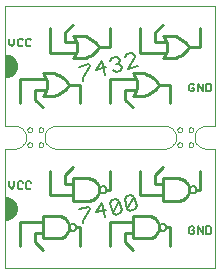
<source format=gto>
G75*
%MOIN*%
%OFA0B0*%
%FSLAX24Y24*%
%IPPOS*%
%LPD*%
%AMOC8*
5,1,8,0,0,1.08239X$1,22.5*
%
%ADD10C,0.0000*%
%ADD11C,0.0100*%
%ADD12C,0.0010*%
%ADD13C,0.0050*%
%ADD14C,0.0070*%
%ADD15C,0.0080*%
D10*
X000330Y000150D02*
X000330Y004145D01*
X000643Y004145D01*
X000680Y004147D01*
X000717Y004152D01*
X000753Y004161D01*
X000788Y004174D01*
X000821Y004190D01*
X000853Y004209D01*
X000883Y004231D01*
X000910Y004256D01*
X000935Y004283D01*
X000957Y004313D01*
X000976Y004345D01*
X000992Y004378D01*
X001005Y004413D01*
X001014Y004449D01*
X001019Y004486D01*
X001021Y004523D01*
X001019Y004560D01*
X001014Y004597D01*
X001005Y004633D01*
X000992Y004668D01*
X000976Y004701D01*
X000957Y004733D01*
X000935Y004763D01*
X000910Y004790D01*
X000883Y004815D01*
X000853Y004837D01*
X000821Y004856D01*
X000788Y004872D01*
X000753Y004885D01*
X000717Y004894D01*
X000680Y004899D01*
X000643Y004901D01*
X000643Y004900D02*
X000330Y004900D01*
X000330Y008895D01*
X007322Y008895D01*
X007322Y004900D01*
X007018Y004900D01*
X007018Y004901D02*
X006981Y004899D01*
X006944Y004894D01*
X006908Y004885D01*
X006873Y004872D01*
X006840Y004856D01*
X006808Y004837D01*
X006778Y004815D01*
X006751Y004790D01*
X006726Y004763D01*
X006704Y004733D01*
X006685Y004701D01*
X006669Y004668D01*
X006656Y004633D01*
X006647Y004597D01*
X006642Y004560D01*
X006640Y004523D01*
X006642Y004486D01*
X006647Y004449D01*
X006656Y004413D01*
X006669Y004378D01*
X006685Y004345D01*
X006704Y004313D01*
X006726Y004283D01*
X006751Y004256D01*
X006778Y004231D01*
X006808Y004209D01*
X006840Y004190D01*
X006873Y004174D01*
X006908Y004161D01*
X006944Y004152D01*
X006981Y004147D01*
X007018Y004145D01*
X007322Y004145D01*
X007322Y000150D01*
X000330Y000150D01*
X002018Y004145D02*
X005643Y004145D01*
X005680Y004147D01*
X005717Y004152D01*
X005753Y004161D01*
X005788Y004174D01*
X005821Y004190D01*
X005853Y004209D01*
X005883Y004231D01*
X005910Y004256D01*
X005935Y004283D01*
X005957Y004313D01*
X005976Y004345D01*
X005992Y004378D01*
X006005Y004413D01*
X006014Y004449D01*
X006019Y004486D01*
X006021Y004523D01*
X006019Y004560D01*
X006014Y004597D01*
X006005Y004633D01*
X005992Y004668D01*
X005976Y004701D01*
X005957Y004733D01*
X005935Y004763D01*
X005910Y004790D01*
X005883Y004815D01*
X005853Y004837D01*
X005821Y004856D01*
X005788Y004872D01*
X005753Y004885D01*
X005717Y004894D01*
X005680Y004899D01*
X005643Y004901D01*
X005643Y004900D02*
X002018Y004900D01*
X002018Y004901D02*
X001981Y004899D01*
X001944Y004894D01*
X001908Y004885D01*
X001873Y004872D01*
X001840Y004856D01*
X001808Y004837D01*
X001778Y004815D01*
X001751Y004790D01*
X001726Y004763D01*
X001704Y004733D01*
X001685Y004701D01*
X001669Y004668D01*
X001656Y004633D01*
X001647Y004597D01*
X001642Y004560D01*
X001640Y004523D01*
X001642Y004486D01*
X001647Y004449D01*
X001656Y004413D01*
X001669Y004378D01*
X001685Y004345D01*
X001704Y004313D01*
X001726Y004283D01*
X001751Y004256D01*
X001778Y004231D01*
X001808Y004209D01*
X001840Y004190D01*
X001873Y004174D01*
X001908Y004161D01*
X001944Y004152D01*
X001981Y004147D01*
X002018Y004145D01*
X001439Y004275D02*
X001441Y004293D01*
X001447Y004309D01*
X001456Y004324D01*
X001469Y004337D01*
X001484Y004346D01*
X001500Y004352D01*
X001518Y004354D01*
X001536Y004352D01*
X001552Y004346D01*
X001567Y004337D01*
X001580Y004324D01*
X001589Y004309D01*
X001595Y004293D01*
X001597Y004275D01*
X001595Y004257D01*
X001589Y004241D01*
X001580Y004226D01*
X001567Y004213D01*
X001552Y004204D01*
X001536Y004198D01*
X001518Y004196D01*
X001500Y004198D01*
X001484Y004204D01*
X001469Y004213D01*
X001456Y004226D01*
X001447Y004241D01*
X001441Y004257D01*
X001439Y004275D01*
X001064Y004275D02*
X001066Y004293D01*
X001072Y004309D01*
X001081Y004324D01*
X001094Y004337D01*
X001109Y004346D01*
X001125Y004352D01*
X001143Y004354D01*
X001161Y004352D01*
X001177Y004346D01*
X001192Y004337D01*
X001205Y004324D01*
X001214Y004309D01*
X001220Y004293D01*
X001222Y004275D01*
X001220Y004257D01*
X001214Y004241D01*
X001205Y004226D01*
X001192Y004213D01*
X001177Y004204D01*
X001161Y004198D01*
X001143Y004196D01*
X001125Y004198D01*
X001109Y004204D01*
X001094Y004213D01*
X001081Y004226D01*
X001072Y004241D01*
X001066Y004257D01*
X001064Y004275D01*
X001064Y004775D02*
X001066Y004793D01*
X001072Y004809D01*
X001081Y004824D01*
X001094Y004837D01*
X001109Y004846D01*
X001125Y004852D01*
X001143Y004854D01*
X001161Y004852D01*
X001177Y004846D01*
X001192Y004837D01*
X001205Y004824D01*
X001214Y004809D01*
X001220Y004793D01*
X001222Y004775D01*
X001220Y004757D01*
X001214Y004741D01*
X001205Y004726D01*
X001192Y004713D01*
X001177Y004704D01*
X001161Y004698D01*
X001143Y004696D01*
X001125Y004698D01*
X001109Y004704D01*
X001094Y004713D01*
X001081Y004726D01*
X001072Y004741D01*
X001066Y004757D01*
X001064Y004775D01*
X001439Y004775D02*
X001441Y004793D01*
X001447Y004809D01*
X001456Y004824D01*
X001469Y004837D01*
X001484Y004846D01*
X001500Y004852D01*
X001518Y004854D01*
X001536Y004852D01*
X001552Y004846D01*
X001567Y004837D01*
X001580Y004824D01*
X001589Y004809D01*
X001595Y004793D01*
X001597Y004775D01*
X001595Y004757D01*
X001589Y004741D01*
X001580Y004726D01*
X001567Y004713D01*
X001552Y004704D01*
X001536Y004698D01*
X001518Y004696D01*
X001500Y004698D01*
X001484Y004704D01*
X001469Y004713D01*
X001456Y004726D01*
X001447Y004741D01*
X001441Y004757D01*
X001439Y004775D01*
X006064Y004775D02*
X006066Y004793D01*
X006072Y004809D01*
X006081Y004824D01*
X006094Y004837D01*
X006109Y004846D01*
X006125Y004852D01*
X006143Y004854D01*
X006161Y004852D01*
X006177Y004846D01*
X006192Y004837D01*
X006205Y004824D01*
X006214Y004809D01*
X006220Y004793D01*
X006222Y004775D01*
X006220Y004757D01*
X006214Y004741D01*
X006205Y004726D01*
X006192Y004713D01*
X006177Y004704D01*
X006161Y004698D01*
X006143Y004696D01*
X006125Y004698D01*
X006109Y004704D01*
X006094Y004713D01*
X006081Y004726D01*
X006072Y004741D01*
X006066Y004757D01*
X006064Y004775D01*
X006064Y004275D02*
X006066Y004293D01*
X006072Y004309D01*
X006081Y004324D01*
X006094Y004337D01*
X006109Y004346D01*
X006125Y004352D01*
X006143Y004354D01*
X006161Y004352D01*
X006177Y004346D01*
X006192Y004337D01*
X006205Y004324D01*
X006214Y004309D01*
X006220Y004293D01*
X006222Y004275D01*
X006220Y004257D01*
X006214Y004241D01*
X006205Y004226D01*
X006192Y004213D01*
X006177Y004204D01*
X006161Y004198D01*
X006143Y004196D01*
X006125Y004198D01*
X006109Y004204D01*
X006094Y004213D01*
X006081Y004226D01*
X006072Y004241D01*
X006066Y004257D01*
X006064Y004275D01*
X006439Y004275D02*
X006441Y004293D01*
X006447Y004309D01*
X006456Y004324D01*
X006469Y004337D01*
X006484Y004346D01*
X006500Y004352D01*
X006518Y004354D01*
X006536Y004352D01*
X006552Y004346D01*
X006567Y004337D01*
X006580Y004324D01*
X006589Y004309D01*
X006595Y004293D01*
X006597Y004275D01*
X006595Y004257D01*
X006589Y004241D01*
X006580Y004226D01*
X006567Y004213D01*
X006552Y004204D01*
X006536Y004198D01*
X006518Y004196D01*
X006500Y004198D01*
X006484Y004204D01*
X006469Y004213D01*
X006456Y004226D01*
X006447Y004241D01*
X006441Y004257D01*
X006439Y004275D01*
X006439Y004775D02*
X006441Y004793D01*
X006447Y004809D01*
X006456Y004824D01*
X006469Y004837D01*
X006484Y004846D01*
X006500Y004852D01*
X006518Y004854D01*
X006536Y004852D01*
X006552Y004846D01*
X006567Y004837D01*
X006580Y004824D01*
X006589Y004809D01*
X006595Y004793D01*
X006597Y004775D01*
X006595Y004757D01*
X006589Y004741D01*
X006580Y004726D01*
X006567Y004713D01*
X006552Y004704D01*
X006536Y004698D01*
X006518Y004696D01*
X006500Y004698D01*
X006484Y004704D01*
X006469Y004713D01*
X006456Y004726D01*
X006447Y004741D01*
X006441Y004757D01*
X006439Y004775D01*
D11*
X005830Y005650D02*
X005830Y006275D01*
X005455Y006275D01*
X004955Y005900D02*
X004580Y005900D01*
X004955Y006650D02*
X005010Y006632D01*
X005064Y006610D01*
X005116Y006585D01*
X005167Y006557D01*
X005215Y006525D01*
X005262Y006490D01*
X005306Y006452D01*
X005348Y006412D01*
X005386Y006369D01*
X005422Y006323D01*
X005455Y006275D01*
X004955Y006650D02*
X004580Y006650D01*
X004955Y005900D02*
X005010Y005918D01*
X005064Y005940D01*
X005116Y005965D01*
X005167Y005993D01*
X005215Y006025D01*
X005262Y006060D01*
X005306Y006098D01*
X005348Y006138D01*
X005386Y006181D01*
X005422Y006227D01*
X005455Y006275D01*
X006455Y007525D02*
X006422Y007573D01*
X006386Y007619D01*
X006348Y007662D01*
X006306Y007702D01*
X006262Y007740D01*
X006215Y007775D01*
X006167Y007807D01*
X006116Y007835D01*
X006064Y007860D01*
X006010Y007882D01*
X005955Y007900D01*
X005580Y007900D01*
X005643Y007713D02*
X005330Y007713D01*
X005330Y008025D01*
X005580Y008275D01*
X006455Y007525D02*
X006422Y007477D01*
X006386Y007431D01*
X006348Y007388D01*
X006306Y007348D01*
X006262Y007310D01*
X006215Y007275D01*
X006167Y007243D01*
X006116Y007215D01*
X006064Y007190D01*
X006010Y007168D01*
X005955Y007150D01*
X005580Y007150D01*
X005643Y007338D02*
X004830Y007338D01*
X004830Y008150D01*
X005580Y007900D02*
X005609Y007868D01*
X005636Y007833D01*
X005660Y007796D01*
X005681Y007758D01*
X005699Y007718D01*
X005713Y007676D01*
X005724Y007634D01*
X005731Y007591D01*
X005735Y007547D01*
X005735Y007503D01*
X005731Y007459D01*
X005724Y007416D01*
X005713Y007374D01*
X005699Y007332D01*
X005681Y007292D01*
X005660Y007254D01*
X005636Y007217D01*
X005609Y007182D01*
X005580Y007150D01*
X006455Y007525D02*
X006830Y007525D01*
X006830Y008150D01*
X004643Y006463D02*
X003830Y006463D01*
X003830Y005650D01*
X004330Y005775D02*
X004580Y005525D01*
X004330Y005775D02*
X004330Y006088D01*
X004643Y006088D01*
X004580Y005900D02*
X004609Y005932D01*
X004636Y005967D01*
X004660Y006004D01*
X004681Y006042D01*
X004699Y006082D01*
X004713Y006124D01*
X004724Y006166D01*
X004731Y006209D01*
X004735Y006253D01*
X004735Y006297D01*
X004731Y006341D01*
X004724Y006384D01*
X004713Y006426D01*
X004699Y006468D01*
X004681Y006508D01*
X004660Y006546D01*
X004636Y006583D01*
X004609Y006618D01*
X004580Y006650D01*
X003830Y007525D02*
X003830Y008150D01*
X003830Y007525D02*
X003455Y007525D01*
X002955Y007150D02*
X002580Y007150D01*
X002955Y007900D02*
X003010Y007882D01*
X003064Y007860D01*
X003116Y007835D01*
X003167Y007807D01*
X003215Y007775D01*
X003262Y007740D01*
X003306Y007702D01*
X003348Y007662D01*
X003386Y007619D01*
X003422Y007573D01*
X003455Y007525D01*
X002955Y007900D02*
X002580Y007900D01*
X002643Y007713D02*
X002330Y007713D01*
X002330Y008025D01*
X002580Y008275D01*
X003455Y007525D02*
X003422Y007477D01*
X003386Y007431D01*
X003348Y007388D01*
X003306Y007348D01*
X003262Y007310D01*
X003215Y007275D01*
X003167Y007243D01*
X003116Y007215D01*
X003064Y007190D01*
X003010Y007168D01*
X002955Y007150D01*
X002643Y007338D02*
X001830Y007338D01*
X001830Y008150D01*
X002580Y007900D02*
X002609Y007868D01*
X002636Y007833D01*
X002660Y007796D01*
X002681Y007758D01*
X002699Y007718D01*
X002713Y007676D01*
X002724Y007634D01*
X002731Y007591D01*
X002735Y007547D01*
X002735Y007503D01*
X002731Y007459D01*
X002724Y007416D01*
X002713Y007374D01*
X002699Y007332D01*
X002681Y007292D01*
X002660Y007254D01*
X002636Y007217D01*
X002609Y007182D01*
X002580Y007150D01*
X001955Y006650D02*
X001580Y006650D01*
X001955Y005900D02*
X002010Y005918D01*
X002064Y005940D01*
X002116Y005965D01*
X002167Y005993D01*
X002215Y006025D01*
X002262Y006060D01*
X002306Y006098D01*
X002348Y006138D01*
X002386Y006181D01*
X002422Y006227D01*
X002455Y006275D01*
X002830Y006275D01*
X002830Y005650D01*
X001955Y005900D02*
X001580Y005900D01*
X001955Y006650D02*
X002010Y006632D01*
X002064Y006610D01*
X002116Y006585D01*
X002167Y006557D01*
X002215Y006525D01*
X002262Y006490D01*
X002306Y006452D01*
X002348Y006412D01*
X002386Y006369D01*
X002422Y006323D01*
X002455Y006275D01*
X001643Y006088D02*
X001330Y006088D01*
X001330Y005775D01*
X001580Y005525D01*
X001580Y005900D02*
X001609Y005932D01*
X001636Y005967D01*
X001660Y006004D01*
X001681Y006042D01*
X001699Y006082D01*
X001713Y006124D01*
X001724Y006166D01*
X001731Y006209D01*
X001735Y006253D01*
X001735Y006297D01*
X001731Y006341D01*
X001724Y006384D01*
X001713Y006426D01*
X001699Y006468D01*
X001681Y006508D01*
X001660Y006546D01*
X001636Y006583D01*
X001609Y006618D01*
X001580Y006650D01*
X001643Y006463D02*
X000830Y006463D01*
X000830Y005650D01*
X001830Y003400D02*
X001830Y002588D01*
X002580Y002588D01*
X002580Y002400D01*
X003080Y002400D01*
X003455Y002775D02*
X003453Y002812D01*
X003448Y002848D01*
X003439Y002884D01*
X003426Y002919D01*
X003411Y002952D01*
X003392Y002983D01*
X003370Y003013D01*
X003345Y003040D01*
X003318Y003065D01*
X003288Y003087D01*
X003257Y003106D01*
X003224Y003121D01*
X003189Y003134D01*
X003153Y003143D01*
X003117Y003148D01*
X003080Y003150D01*
X002580Y003150D01*
X002580Y002963D01*
X002330Y002963D01*
X002330Y003275D01*
X002580Y003525D01*
X002580Y002963D02*
X002580Y002588D01*
X003080Y002400D02*
X003117Y002402D01*
X003153Y002407D01*
X003189Y002416D01*
X003224Y002429D01*
X003257Y002444D01*
X003288Y002463D01*
X003318Y002485D01*
X003345Y002510D01*
X003370Y002537D01*
X003392Y002567D01*
X003411Y002598D01*
X003426Y002631D01*
X003439Y002666D01*
X003448Y002702D01*
X003453Y002738D01*
X003455Y002775D01*
X003705Y002775D02*
X003830Y002775D01*
X003830Y003400D01*
X004830Y003400D02*
X004830Y002588D01*
X005580Y002588D01*
X005580Y002400D01*
X006080Y002400D01*
X006455Y002775D02*
X006453Y002812D01*
X006448Y002848D01*
X006439Y002884D01*
X006426Y002919D01*
X006411Y002952D01*
X006392Y002983D01*
X006370Y003013D01*
X006345Y003040D01*
X006318Y003065D01*
X006288Y003087D01*
X006257Y003106D01*
X006224Y003121D01*
X006189Y003134D01*
X006153Y003143D01*
X006117Y003148D01*
X006080Y003150D01*
X005580Y003150D01*
X005580Y002963D01*
X005330Y002963D01*
X005330Y003275D01*
X005580Y003525D01*
X005580Y002963D02*
X005580Y002588D01*
X006080Y002400D02*
X006117Y002402D01*
X006153Y002407D01*
X006189Y002416D01*
X006224Y002429D01*
X006257Y002444D01*
X006288Y002463D01*
X006318Y002485D01*
X006345Y002510D01*
X006370Y002537D01*
X006392Y002567D01*
X006411Y002598D01*
X006426Y002631D01*
X006439Y002666D01*
X006448Y002702D01*
X006453Y002738D01*
X006455Y002775D01*
X006705Y002775D02*
X006830Y002775D01*
X006830Y003400D01*
X005830Y001525D02*
X005705Y001525D01*
X005830Y001525D02*
X005830Y000900D01*
X005080Y001150D02*
X004580Y001150D01*
X004580Y001338D01*
X004330Y001338D01*
X004330Y001025D01*
X004580Y000775D01*
X004580Y001338D02*
X004580Y001713D01*
X003830Y001713D01*
X003830Y000900D01*
X004580Y001713D02*
X004580Y001900D01*
X005080Y001900D01*
X005455Y001525D02*
X005453Y001488D01*
X005448Y001452D01*
X005439Y001416D01*
X005426Y001381D01*
X005411Y001348D01*
X005392Y001317D01*
X005370Y001287D01*
X005345Y001260D01*
X005318Y001235D01*
X005288Y001213D01*
X005257Y001194D01*
X005224Y001179D01*
X005189Y001166D01*
X005153Y001157D01*
X005117Y001152D01*
X005080Y001150D01*
X005455Y001525D02*
X005453Y001562D01*
X005448Y001598D01*
X005439Y001634D01*
X005426Y001669D01*
X005411Y001702D01*
X005392Y001733D01*
X005370Y001763D01*
X005345Y001790D01*
X005318Y001815D01*
X005288Y001837D01*
X005257Y001856D01*
X005224Y001871D01*
X005189Y001884D01*
X005153Y001893D01*
X005117Y001898D01*
X005080Y001900D01*
X002830Y001525D02*
X002830Y000900D01*
X002830Y001525D02*
X002705Y001525D01*
X002455Y001525D02*
X002453Y001488D01*
X002448Y001452D01*
X002439Y001416D01*
X002426Y001381D01*
X002411Y001348D01*
X002392Y001317D01*
X002370Y001287D01*
X002345Y001260D01*
X002318Y001235D01*
X002288Y001213D01*
X002257Y001194D01*
X002224Y001179D01*
X002189Y001166D01*
X002153Y001157D01*
X002117Y001152D01*
X002080Y001150D01*
X001580Y001150D01*
X001580Y001338D01*
X001330Y001338D01*
X001330Y001025D01*
X001580Y000775D01*
X001580Y001338D02*
X001580Y001713D01*
X000830Y001713D01*
X000830Y000900D01*
X001580Y001713D02*
X001580Y001900D01*
X002080Y001900D01*
X002117Y001898D01*
X002153Y001893D01*
X002189Y001884D01*
X002224Y001871D01*
X002257Y001856D01*
X002288Y001837D01*
X002318Y001815D01*
X002345Y001790D01*
X002370Y001763D01*
X002392Y001733D01*
X002411Y001702D01*
X002426Y001669D01*
X002439Y001634D01*
X002448Y001598D01*
X002453Y001562D01*
X002455Y001525D01*
D12*
X000695Y002022D02*
X000667Y001963D01*
X000630Y001909D01*
X000584Y001863D01*
X000530Y001825D01*
X000471Y001798D01*
X000408Y001781D01*
X000343Y001775D01*
X000343Y002525D01*
X000408Y002519D01*
X000471Y002502D01*
X000530Y002475D01*
X000584Y002437D01*
X000343Y002437D01*
X000343Y002445D02*
X000572Y002445D01*
X000584Y002437D02*
X000630Y002391D01*
X000667Y002338D01*
X000695Y002278D01*
X000712Y002215D01*
X000718Y002150D01*
X000712Y002085D01*
X000695Y002022D01*
X000694Y002020D02*
X000343Y002020D01*
X000343Y002012D02*
X000690Y002012D01*
X000686Y002003D02*
X000343Y002003D01*
X000343Y001995D02*
X000682Y001995D01*
X000678Y001986D02*
X000343Y001986D01*
X000343Y001978D02*
X000674Y001978D01*
X000670Y001969D02*
X000343Y001969D01*
X000343Y001961D02*
X000666Y001961D01*
X000660Y001952D02*
X000343Y001952D01*
X000343Y001944D02*
X000654Y001944D01*
X000648Y001935D02*
X000343Y001935D01*
X000343Y001927D02*
X000642Y001927D01*
X000636Y001918D02*
X000343Y001918D01*
X000343Y001910D02*
X000630Y001910D01*
X000622Y001901D02*
X000343Y001901D01*
X000343Y001893D02*
X000613Y001893D01*
X000605Y001884D02*
X000343Y001884D01*
X000343Y001876D02*
X000596Y001876D01*
X000588Y001867D02*
X000343Y001867D01*
X000343Y001859D02*
X000578Y001859D01*
X000565Y001850D02*
X000343Y001850D01*
X000343Y001842D02*
X000553Y001842D01*
X000541Y001833D02*
X000343Y001833D01*
X000343Y001825D02*
X000529Y001825D01*
X000510Y001816D02*
X000343Y001816D01*
X000343Y001808D02*
X000492Y001808D01*
X000474Y001799D02*
X000343Y001799D01*
X000343Y001791D02*
X000444Y001791D01*
X000413Y001782D02*
X000343Y001782D01*
X000343Y002029D02*
X000697Y002029D01*
X000699Y002037D02*
X000343Y002037D01*
X000343Y002046D02*
X000701Y002046D01*
X000704Y002054D02*
X000343Y002054D01*
X000343Y002063D02*
X000706Y002063D01*
X000708Y002071D02*
X000343Y002071D01*
X000343Y002080D02*
X000710Y002080D01*
X000712Y002088D02*
X000343Y002088D01*
X000343Y002097D02*
X000713Y002097D01*
X000714Y002105D02*
X000343Y002105D01*
X000343Y002114D02*
X000714Y002114D01*
X000715Y002122D02*
X000343Y002122D01*
X000343Y002131D02*
X000716Y002131D01*
X000717Y002139D02*
X000343Y002139D01*
X000343Y002148D02*
X000717Y002148D01*
X000717Y002156D02*
X000343Y002156D01*
X000343Y002165D02*
X000716Y002165D01*
X000715Y002173D02*
X000343Y002173D01*
X000343Y002182D02*
X000715Y002182D01*
X000714Y002190D02*
X000343Y002190D01*
X000343Y002199D02*
X000713Y002199D01*
X000713Y002207D02*
X000343Y002207D01*
X000343Y002216D02*
X000712Y002216D01*
X000709Y002224D02*
X000343Y002224D01*
X000343Y002233D02*
X000707Y002233D01*
X000705Y002241D02*
X000343Y002241D01*
X000343Y002250D02*
X000703Y002250D01*
X000700Y002258D02*
X000343Y002258D01*
X000343Y002267D02*
X000698Y002267D01*
X000696Y002275D02*
X000343Y002275D01*
X000343Y002284D02*
X000692Y002284D01*
X000688Y002292D02*
X000343Y002292D01*
X000343Y002301D02*
X000684Y002301D01*
X000681Y002309D02*
X000343Y002309D01*
X000343Y002318D02*
X000677Y002318D01*
X000673Y002326D02*
X000343Y002326D01*
X000343Y002335D02*
X000669Y002335D01*
X000663Y002343D02*
X000343Y002343D01*
X000343Y002352D02*
X000657Y002352D01*
X000651Y002360D02*
X000343Y002360D01*
X000343Y002369D02*
X000646Y002369D01*
X000640Y002377D02*
X000343Y002377D01*
X000343Y002386D02*
X000634Y002386D01*
X000627Y002394D02*
X000343Y002394D01*
X000343Y002403D02*
X000618Y002403D01*
X000610Y002411D02*
X000343Y002411D01*
X000343Y002420D02*
X000601Y002420D01*
X000593Y002428D02*
X000343Y002428D01*
X000343Y002454D02*
X000560Y002454D01*
X000548Y002462D02*
X000343Y002462D01*
X000343Y002471D02*
X000536Y002471D01*
X000521Y002479D02*
X000343Y002479D01*
X000343Y002488D02*
X000503Y002488D01*
X000484Y002496D02*
X000343Y002496D01*
X000343Y002505D02*
X000463Y002505D01*
X000431Y002513D02*
X000343Y002513D01*
X000343Y002522D02*
X000382Y002522D01*
X000343Y006525D02*
X000343Y007275D01*
X000408Y007269D01*
X000471Y007252D01*
X000530Y007225D01*
X000584Y007187D01*
X000630Y007141D01*
X000667Y007088D01*
X000695Y007028D01*
X000712Y006965D01*
X000718Y006900D01*
X000712Y006835D01*
X000695Y006772D01*
X000667Y006713D01*
X000630Y006659D01*
X000584Y006613D01*
X000530Y006575D01*
X000471Y006548D01*
X000408Y006531D01*
X000343Y006525D01*
X000345Y006525D01*
X000343Y006534D02*
X000419Y006534D01*
X000450Y006542D02*
X000343Y006542D01*
X000343Y006551D02*
X000477Y006551D01*
X000496Y006559D02*
X000343Y006559D01*
X000343Y006568D02*
X000514Y006568D01*
X000531Y006576D02*
X000343Y006576D01*
X000343Y006585D02*
X000543Y006585D01*
X000556Y006593D02*
X000343Y006593D01*
X000343Y006602D02*
X000568Y006602D01*
X000580Y006610D02*
X000343Y006610D01*
X000343Y006619D02*
X000589Y006619D01*
X000598Y006627D02*
X000343Y006627D01*
X000343Y006636D02*
X000606Y006636D01*
X000615Y006644D02*
X000343Y006644D01*
X000343Y006653D02*
X000624Y006653D01*
X000631Y006661D02*
X000343Y006661D01*
X000343Y006670D02*
X000637Y006670D01*
X000643Y006678D02*
X000343Y006678D01*
X000343Y006687D02*
X000649Y006687D01*
X000655Y006695D02*
X000343Y006695D01*
X000343Y006704D02*
X000661Y006704D01*
X000667Y006712D02*
X000343Y006712D01*
X000343Y006721D02*
X000671Y006721D01*
X000675Y006729D02*
X000343Y006729D01*
X000343Y006738D02*
X000679Y006738D01*
X000683Y006746D02*
X000343Y006746D01*
X000343Y006755D02*
X000687Y006755D01*
X000691Y006763D02*
X000343Y006763D01*
X000343Y006772D02*
X000695Y006772D01*
X000697Y006780D02*
X000343Y006780D01*
X000343Y006789D02*
X000699Y006789D01*
X000702Y006797D02*
X000343Y006797D01*
X000343Y006806D02*
X000704Y006806D01*
X000706Y006814D02*
X000343Y006814D01*
X000343Y006823D02*
X000709Y006823D01*
X000711Y006831D02*
X000343Y006831D01*
X000343Y006840D02*
X000712Y006840D01*
X000713Y006848D02*
X000343Y006848D01*
X000343Y006857D02*
X000714Y006857D01*
X000714Y006865D02*
X000343Y006865D01*
X000343Y006874D02*
X000715Y006874D01*
X000716Y006882D02*
X000343Y006882D01*
X000343Y006891D02*
X000717Y006891D01*
X000717Y006899D02*
X000343Y006899D01*
X000343Y006908D02*
X000717Y006908D01*
X000716Y006916D02*
X000343Y006916D01*
X000343Y006925D02*
X000715Y006925D01*
X000715Y006933D02*
X000343Y006933D01*
X000343Y006942D02*
X000714Y006942D01*
X000713Y006950D02*
X000343Y006950D01*
X000343Y006959D02*
X000712Y006959D01*
X000711Y006967D02*
X000343Y006967D01*
X000343Y006976D02*
X000709Y006976D01*
X000707Y006984D02*
X000343Y006984D01*
X000343Y006993D02*
X000704Y006993D01*
X000702Y007001D02*
X000343Y007001D01*
X000343Y007010D02*
X000700Y007010D01*
X000698Y007018D02*
X000343Y007018D01*
X000343Y007027D02*
X000695Y007027D01*
X000692Y007035D02*
X000343Y007035D01*
X000343Y007044D02*
X000688Y007044D01*
X000684Y007052D02*
X000343Y007052D01*
X000343Y007061D02*
X000680Y007061D01*
X000676Y007069D02*
X000343Y007069D01*
X000343Y007078D02*
X000672Y007078D01*
X000668Y007086D02*
X000343Y007086D01*
X000343Y007095D02*
X000662Y007095D01*
X000656Y007103D02*
X000343Y007103D01*
X000343Y007112D02*
X000650Y007112D01*
X000644Y007120D02*
X000343Y007120D01*
X000343Y007129D02*
X000638Y007129D01*
X000632Y007137D02*
X000343Y007137D01*
X000343Y007146D02*
X000625Y007146D01*
X000617Y007154D02*
X000343Y007154D01*
X000343Y007163D02*
X000608Y007163D01*
X000600Y007171D02*
X000343Y007171D01*
X000343Y007180D02*
X000591Y007180D01*
X000582Y007188D02*
X000343Y007188D01*
X000343Y007197D02*
X000570Y007197D01*
X000558Y007205D02*
X000343Y007205D01*
X000343Y007214D02*
X000546Y007214D01*
X000534Y007222D02*
X000343Y007222D01*
X000343Y007231D02*
X000517Y007231D01*
X000499Y007239D02*
X000343Y007239D01*
X000343Y007248D02*
X000481Y007248D01*
X000456Y007256D02*
X000343Y007256D01*
X000343Y007265D02*
X000425Y007265D01*
X000363Y007273D02*
X000343Y007273D01*
D13*
X000554Y007550D02*
X000637Y007633D01*
X000637Y007800D01*
X000747Y007759D02*
X000747Y007592D01*
X000789Y007550D01*
X000872Y007550D01*
X000914Y007592D01*
X001023Y007592D02*
X001065Y007550D01*
X001148Y007550D01*
X001190Y007592D01*
X001190Y007759D02*
X001148Y007800D01*
X001065Y007800D01*
X001023Y007759D01*
X001023Y007592D01*
X000914Y007759D02*
X000872Y007800D01*
X000789Y007800D01*
X000747Y007759D01*
X000554Y007550D02*
X000471Y007633D01*
X000471Y007800D01*
X000471Y003050D02*
X000471Y002883D01*
X000554Y002800D01*
X000637Y002883D01*
X000637Y003050D01*
X000747Y003009D02*
X000747Y002842D01*
X000789Y002800D01*
X000872Y002800D01*
X000914Y002842D01*
X001023Y002842D02*
X001065Y002800D01*
X001148Y002800D01*
X001190Y002842D01*
X001190Y003009D02*
X001148Y003050D01*
X001065Y003050D01*
X001023Y003009D01*
X001023Y002842D01*
X000914Y003009D02*
X000872Y003050D01*
X000789Y003050D01*
X000747Y003009D01*
X006471Y001509D02*
X006471Y001342D01*
X006512Y001300D01*
X006596Y001300D01*
X006637Y001342D01*
X006637Y001425D01*
X006554Y001425D01*
X006471Y001509D02*
X006512Y001550D01*
X006596Y001550D01*
X006637Y001509D01*
X006747Y001550D02*
X006747Y001300D01*
X006914Y001300D02*
X006747Y001550D01*
X006914Y001550D02*
X006914Y001300D01*
X007023Y001300D02*
X007148Y001300D01*
X007190Y001342D01*
X007190Y001509D01*
X007148Y001550D01*
X007023Y001550D01*
X007023Y001300D01*
X007023Y006050D02*
X007148Y006050D01*
X007190Y006092D01*
X007190Y006259D01*
X007148Y006300D01*
X007023Y006300D01*
X007023Y006050D01*
X006914Y006050D02*
X006914Y006300D01*
X006747Y006300D02*
X006747Y006050D01*
X006637Y006092D02*
X006637Y006175D01*
X006554Y006175D01*
X006471Y006092D02*
X006512Y006050D01*
X006596Y006050D01*
X006637Y006092D01*
X006471Y006092D02*
X006471Y006259D01*
X006512Y006300D01*
X006596Y006300D01*
X006637Y006259D01*
X006747Y006300D02*
X006914Y006050D01*
D14*
X004741Y006890D02*
X004425Y006806D01*
X004656Y007206D01*
X004635Y007285D01*
X004535Y007343D01*
X004377Y007301D01*
X004320Y007201D01*
X004137Y007152D02*
X004158Y007073D01*
X004101Y006973D01*
X004201Y006915D01*
X004222Y006836D01*
X004164Y006736D01*
X004006Y006694D01*
X003906Y006751D01*
X004022Y006952D02*
X004101Y006973D01*
X004137Y007152D02*
X004037Y007210D01*
X003879Y007167D01*
X003821Y007067D01*
X003681Y006860D02*
X003366Y006776D01*
X003539Y007076D01*
X003666Y006602D01*
X003141Y006885D02*
X002910Y006484D01*
X002931Y006405D01*
X002804Y006879D02*
X003120Y006964D01*
X003141Y006885D01*
X004377Y002551D02*
X004535Y002593D01*
X004635Y002535D01*
X004404Y002135D01*
X004504Y002077D01*
X004662Y002119D01*
X004720Y002219D01*
X004635Y002535D01*
X004377Y002551D02*
X004320Y002451D01*
X004404Y002135D01*
X004222Y002086D02*
X004164Y001986D01*
X004006Y001944D01*
X003906Y002001D01*
X004137Y002402D01*
X004222Y002086D01*
X004137Y002402D02*
X004037Y002460D01*
X003879Y002417D01*
X003821Y002317D01*
X003906Y002001D01*
X003681Y002110D02*
X003366Y002026D01*
X003539Y002326D01*
X003666Y001852D01*
X003141Y002135D02*
X002910Y001734D01*
X002931Y001655D01*
X002804Y002129D02*
X003120Y002214D01*
X003141Y002135D01*
D15*
X003460Y002775D02*
X003462Y002796D01*
X003468Y002817D01*
X003477Y002837D01*
X003490Y002854D01*
X003505Y002869D01*
X003523Y002881D01*
X003543Y002889D01*
X003564Y002894D01*
X003585Y002895D01*
X003607Y002892D01*
X003627Y002885D01*
X003646Y002875D01*
X003663Y002862D01*
X003677Y002846D01*
X003688Y002827D01*
X003696Y002807D01*
X003700Y002786D01*
X003700Y002764D01*
X003696Y002743D01*
X003688Y002723D01*
X003677Y002704D01*
X003663Y002688D01*
X003646Y002675D01*
X003627Y002665D01*
X003607Y002658D01*
X003585Y002655D01*
X003564Y002656D01*
X003543Y002661D01*
X003523Y002669D01*
X003505Y002681D01*
X003490Y002696D01*
X003477Y002713D01*
X003468Y002733D01*
X003462Y002754D01*
X003460Y002775D01*
X002460Y001525D02*
X002462Y001546D01*
X002468Y001567D01*
X002477Y001587D01*
X002490Y001604D01*
X002505Y001619D01*
X002523Y001631D01*
X002543Y001639D01*
X002564Y001644D01*
X002585Y001645D01*
X002607Y001642D01*
X002627Y001635D01*
X002646Y001625D01*
X002663Y001612D01*
X002677Y001596D01*
X002688Y001577D01*
X002696Y001557D01*
X002700Y001536D01*
X002700Y001514D01*
X002696Y001493D01*
X002688Y001473D01*
X002677Y001454D01*
X002663Y001438D01*
X002646Y001425D01*
X002627Y001415D01*
X002607Y001408D01*
X002585Y001405D01*
X002564Y001406D01*
X002543Y001411D01*
X002523Y001419D01*
X002505Y001431D01*
X002490Y001446D01*
X002477Y001463D01*
X002468Y001483D01*
X002462Y001504D01*
X002460Y001525D01*
X005460Y001525D02*
X005462Y001546D01*
X005468Y001567D01*
X005477Y001587D01*
X005490Y001604D01*
X005505Y001619D01*
X005523Y001631D01*
X005543Y001639D01*
X005564Y001644D01*
X005585Y001645D01*
X005607Y001642D01*
X005627Y001635D01*
X005646Y001625D01*
X005663Y001612D01*
X005677Y001596D01*
X005688Y001577D01*
X005696Y001557D01*
X005700Y001536D01*
X005700Y001514D01*
X005696Y001493D01*
X005688Y001473D01*
X005677Y001454D01*
X005663Y001438D01*
X005646Y001425D01*
X005627Y001415D01*
X005607Y001408D01*
X005585Y001405D01*
X005564Y001406D01*
X005543Y001411D01*
X005523Y001419D01*
X005505Y001431D01*
X005490Y001446D01*
X005477Y001463D01*
X005468Y001483D01*
X005462Y001504D01*
X005460Y001525D01*
X006460Y002775D02*
X006462Y002796D01*
X006468Y002817D01*
X006477Y002837D01*
X006490Y002854D01*
X006505Y002869D01*
X006523Y002881D01*
X006543Y002889D01*
X006564Y002894D01*
X006585Y002895D01*
X006607Y002892D01*
X006627Y002885D01*
X006646Y002875D01*
X006663Y002862D01*
X006677Y002846D01*
X006688Y002827D01*
X006696Y002807D01*
X006700Y002786D01*
X006700Y002764D01*
X006696Y002743D01*
X006688Y002723D01*
X006677Y002704D01*
X006663Y002688D01*
X006646Y002675D01*
X006627Y002665D01*
X006607Y002658D01*
X006585Y002655D01*
X006564Y002656D01*
X006543Y002661D01*
X006523Y002669D01*
X006505Y002681D01*
X006490Y002696D01*
X006477Y002713D01*
X006468Y002733D01*
X006462Y002754D01*
X006460Y002775D01*
M02*

</source>
